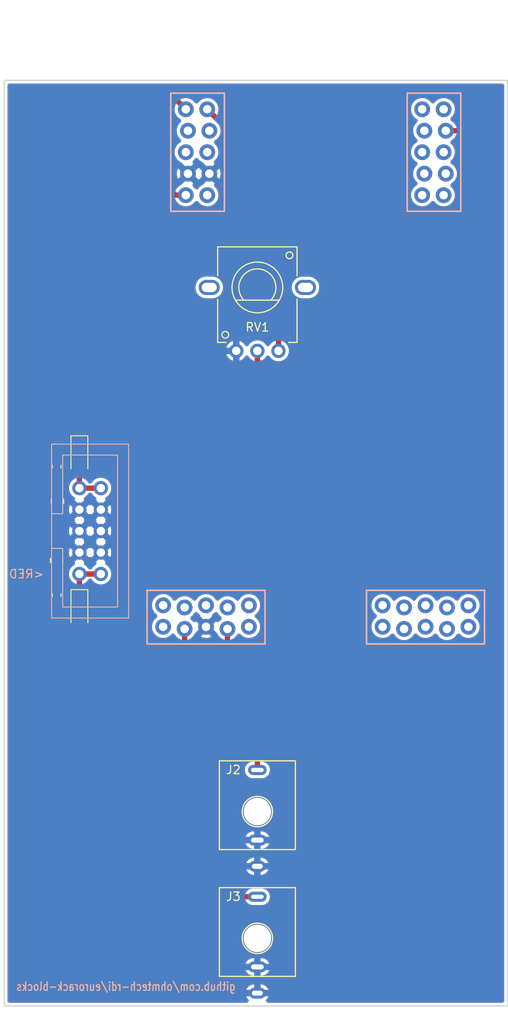
<source format=kicad_pcb>
(kicad_pcb (version 20211014) (generator "pcbnew")
  (layers (0 "F.Cu" signal) (31 "B.Cu" signal) (34 "B.Paste" user) (35 "F.Paste" user) (36 "B.SilkS" user "B.Silkscreen") (37 "F.SilkS" user "F.Silkscreen") (38 "B.Mask" user) (39 "F.Mask" user) (44 "Edge.Cuts" user))
  (net 0 "")
  (net 1 "GND")
  (net 2 "-12V")
  (net 3 "+12V")
  (net 4 "+3V3")
  (net 5 "AI1")
  (net 6 "AO1")
  (net 7 "P1")
  (net 8 "/board.power/+12E")
  (net 9 "Net-(D1-Pad1)")
  (net 10 "/board.power/-12E")
  (net 11 "Net-(D2-Pad2)")
  (footprint "Socket_DaisyPatchSm:DaisyPatchSm" (layer "F.Cu") (at 37.400000 45.000000 -90.000000)
    (fp_text reference "A1" hide)
    (fp_text value "DaisyPatchSm_Rev1" hide)
    (fp_line (start 24.825000 -19.985000) (end 31.175000 -19.985000) (layer "B.SilkS") (width 0.203200))
    (fp_line (start -20.015000 10.825000) (end -20.015000 17.175000) (layer "B.SilkS") (width 0.203200))
    (fp_line (start 31.175000 6.015000) (end 31.175000 19.985000) (layer "B.SilkS") (width 0.203200))
    (fp_line (start 31.175000 -6.015000) (end 24.825000 -6.015000) (layer "B.SilkS") (width 0.203200))
    (fp_line (start -20.015000 -10.825000) (end -33.985000 -10.825000) (layer "B.SilkS") (width 0.203200))
    (fp_line (start -33.985000 -10.825000) (end -33.985000 -17.175000) (layer "B.SilkS") (width 0.203200))
    (fp_line (start -33.985000 -17.175000) (end -20.015000 -17.175000) (layer "B.SilkS") (width 0.203200))
    (fp_line (start -20.015000 17.175000) (end -33.985000 17.175000) (layer "B.SilkS") (width 0.203200))
    (fp_line (start -33.985000 17.175000) (end -33.985000 10.825000) (layer "B.SilkS") (width 0.203200))
    (fp_line (start 24.825000 6.015000) (end 31.175000 6.015000) (layer "B.SilkS") (width 0.203200))
    (fp_line (start 31.175000 19.985000) (end 24.825000 19.985000) (layer "B.SilkS") (width 0.203200))
    (fp_line (start -20.015000 -17.175000) (end -20.015000 -10.825000) (layer "B.SilkS") (width 0.203200))
    (fp_line (start 31.175000 -19.985000) (end 31.175000 -6.015000) (layer "B.SilkS") (width 0.203200))
    (fp_line (start 24.825000 -6.015000) (end 24.825000 -19.985000) (layer "B.SilkS") (width 0.203200))
    (fp_line (start -33.985000 10.825000) (end -20.015000 10.825000) (layer "B.SilkS") (width 0.203200))
    (fp_line (start 24.825000 19.985000) (end 24.825000 6.015000) (layer "B.SilkS") (width 0.203200))
    (pad "A1" thru_hole circle locked (at -32.080000 15.397000 180.000000) (size 1.879600 1.879600) (drill 1.016000) (layers *.Cu *.Mask) (net 2 "-12V"))
    (pad "A2" thru_hole circle locked (at -29.540000 15.143000 180.000000) (size 1.879600 1.879600) (drill 1.016000) (layers *.Cu *.Mask))
    (pad "A3" thru_hole circle locked (at -27.000000 15.397000 180.000000) (size 1.879600 1.879600) (drill 1.016000) (layers *.Cu *.Mask))
    (pad "A4" thru_hole circle locked (at -24.460000 15.143000 180.000000) (size 1.879600 1.879600) (drill 1.016000) (layers *.Cu *.Mask) (net 1 "GND"))
    (pad "A5" thru_hole circle locked (at -21.920000 15.397000 180.000000) (size 1.879600 1.879600) (drill 1.016000) (layers *.Cu *.Mask) (net 3 "+12V"))
    (pad "A6" thru_hole circle locked (at -21.920000 12.857000 180.000000) (size 1.879600 1.879600) (drill 1.016000) (layers *.Cu *.Mask))
    (pad "A7" thru_hole circle locked (at -24.460000 12.603000 180.000000) (size 1.879600 1.879600) (drill 1.016000) (layers *.Cu *.Mask) (net 1 "GND"))
    (pad "A8" thru_hole circle locked (at -27.000000 12.857000 180.000000) (size 1.879600 1.879600) (drill 1.016000) (layers *.Cu *.Mask))
    (pad "A9" thru_hole circle locked (at -29.540000 12.603000 180.000000) (size 1.879600 1.879600) (drill 1.016000) (layers *.Cu *.Mask))
    (pad "A10" thru_hole circle locked (at -32.080000 12.857000 180.000000) (size 1.879600 1.879600) (drill 1.016000) (layers *.Cu *.Mask) (net 4 "+3V3"))
    (pad "B1" thru_hole circle locked (at 29.143000 18.080000 90.000000) (size 1.879600 1.879600) (drill 1.016000) (layers *.Cu *.Mask))
    (pad "B2" thru_hole circle locked (at 29.397000 15.540000 90.000000) (size 1.879600 1.879600) (drill 1.016000) (layers *.Cu *.Mask) (net 6 "AO1"))
    (pad "B3" thru_hole circle locked (at 29.143000 13.000000 90.000000) (size 1.879600 1.879600) (drill 1.016000) (layers *.Cu *.Mask) (net 1 "GND"))
    (pad "B4" thru_hole circle locked (at 29.397000 10.460000 90.000000) (size 1.879600 1.879600) (drill 1.016000) (layers *.Cu *.Mask) (net 5 "AI1"))
    (pad "B5" thru_hole circle locked (at 29.143000 7.920000 90.000000) (size 1.879600 1.879600) (drill 1.016000) (layers *.Cu *.Mask))
    (pad "B6" thru_hole circle locked (at 26.603000 7.920000 90.000000) (size 1.879600 1.879600) (drill 1.016000) (layers *.Cu *.Mask))
    (pad "B7" thru_hole circle locked (at 26.857000 10.460000 90.000000) (size 1.879600 1.879600) (drill 1.016000) (layers *.Cu *.Mask))
    (pad "B8" thru_hole circle locked (at 26.603000 13.000000 90.000000) (size 1.879600 1.879600) (drill 1.016000) (layers *.Cu *.Mask))
    (pad "B9" thru_hole circle locked (at 26.857000 15.540000 90.000000) (size 1.879600 1.879600) (drill 1.016000) (layers *.Cu *.Mask))
    (pad "B10" thru_hole circle locked (at 26.603000 18.080000 90.000000) (size 1.879600 1.879600) (drill 1.016000) (layers *.Cu *.Mask))
    (pad "C1" thru_hole circle locked (at 29.143000 -7.920000 90.000000) (size 1.879600 1.879600) (drill 1.016000) (layers *.Cu *.Mask))
    (pad "C2" thru_hole circle locked (at 29.397000 -10.460000 90.000000) (size 1.879600 1.879600) (drill 1.016000) (layers *.Cu *.Mask))
    (pad "C3" thru_hole circle locked (at 29.143000 -13.000000 90.000000) (size 1.879600 1.879600) (drill 1.016000) (layers *.Cu *.Mask))
    (pad "C4" thru_hole circle locked (at 29.397000 -15.540000 90.000000) (size 1.879600 1.879600) (drill 1.016000) (layers *.Cu *.Mask))
    (pad "C5" thru_hole circle locked (at 29.143000 -18.080000 90.000000) (size 1.879600 1.879600) (drill 1.016000) (layers *.Cu *.Mask))
    (pad "C6" thru_hole circle locked (at 26.603000 -18.080000 90.000000) (size 1.879600 1.879600) (drill 1.016000) (layers *.Cu *.Mask))
    (pad "C7" thru_hole circle locked (at 26.857000 -15.540000 90.000000) (size 1.879600 1.879600) (drill 1.016000) (layers *.Cu *.Mask))
    (pad "C8" thru_hole circle locked (at 26.603000 -13.000000 90.000000) (size 1.879600 1.879600) (drill 1.016000) (layers *.Cu *.Mask))
    (pad "C9" thru_hole circle locked (at 26.857000 -10.460000 90.000000) (size 1.879600 1.879600) (drill 1.016000) (layers *.Cu *.Mask))
    (pad "C10" thru_hole circle locked (at 26.603000 -7.920000 90.000000) (size 1.879600 1.879600) (drill 1.016000) (layers *.Cu *.Mask))
    (pad "D1" thru_hole circle locked (at -32.080000 -12.603000 180.000000) (size 1.879600 1.879600) (drill 1.016000) (layers *.Cu *.Mask))
    (pad "D2" thru_hole circle locked (at -29.540000 -12.857000 180.000000) (size 1.879600 1.879600) (drill 1.016000) (layers *.Cu *.Mask))
    (pad "D3" thru_hole circle locked (at -27.000000 -12.603000 180.000000) (size 1.879600 1.879600) (drill 1.016000) (layers *.Cu *.Mask))
    (pad "D4" thru_hole circle locked (at -24.460000 -12.857000 180.000000) (size 1.879600 1.879600) (drill 1.016000) (layers *.Cu *.Mask))
    (pad "D5" thru_hole circle locked (at -21.920000 -12.603000 180.000000) (size 1.879600 1.879600) (drill 1.016000) (layers *.Cu *.Mask))
    (pad "D6" thru_hole circle locked (at -21.920000 -15.143000 180.000000) (size 1.879600 1.879600) (drill 1.016000) (layers *.Cu *.Mask))
    (pad "D7" thru_hole circle locked (at -24.460000 -15.397000 180.000000) (size 1.879600 1.879600) (drill 1.016000) (layers *.Cu *.Mask))
    (pad "D8" thru_hole circle locked (at -27.000000 -15.143000 180.000000) (size 1.879600 1.879600) (drill 1.016000) (layers *.Cu *.Mask))
    (pad "D9" thru_hole circle locked (at -29.540000 -15.397000 180.000000) (size 1.879600 1.879600) (drill 1.016000) (layers *.Cu *.Mask) (net 7 "P1"))
    (pad "D10" thru_hole circle locked (at -32.080000 -15.143000 180.000000) (size 1.879600 1.879600) (drill 1.016000) (layers *.Cu *.Mask))
  )
  (footprint "Diode_SMD:D_SOD-123" (layer "F.Cu") (at 9.400000 72.000000 -90.000000)
    (fp_text reference "D2" hide)
    (fp_text value "D_Schottky")
    (fp_line (start -2.250000 -1.000000) (end 1.650000 -1.000000) (layer "F.SilkS") (width 0.120000))
    (fp_line (start -2.250000 -1.000000) (end -2.250000 1.000000) (layer "F.SilkS") (width 0.120000))
    (fp_line (start -2.250000 1.000000) (end 1.650000 1.000000) (layer "F.SilkS") (width 0.120000))
    (pad "1" smd rect locked (at -1.650000 0.000000 270.000000) (size 0.900000 1.200000) (layers F.Cu F.Paste F.Mask) (net 10 "/board.power/-12E"))
    (pad "2" smd rect locked (at 1.650000 0.000000 270.000000) (size 0.900000 1.200000) (layers F.Cu F.Paste F.Mask) (net 11 "Net-(D2-Pad2)"))
  )
  (footprint "Diode_SMD:D_SOD-123" (layer "F.Cu") (at 9.400000 53.800000 -90.000000)
    (fp_text reference "D1" hide)
    (fp_text value "D_Schottky")
    (fp_line (start -2.250000 -1.000000) (end -2.250000 1.000000) (layer "F.SilkS") (width 0.120000))
    (fp_line (start -2.250000 -1.000000) (end 1.650000 -1.000000) (layer "F.SilkS") (width 0.120000))
    (fp_line (start -2.250000 1.000000) (end 1.650000 1.000000) (layer "F.SilkS") (width 0.120000))
    (pad "1" smd rect locked (at -1.650000 0.000000 270.000000) (size 0.900000 1.200000) (layers F.Cu F.Paste F.Mask) (net 9 "Net-(D1-Pad1)"))
    (pad "2" smd rect locked (at 1.650000 0.000000 270.000000) (size 0.900000 1.200000) (layers F.Cu F.Paste F.Mask) (net 8 "/board.power/+12E"))
  )
  (footprint "Capacitor_SMD:C_0805_2012Metric" (layer "F.Cu") (at 6.800000 59.300000 -90.000000)
    (fp_text reference "C1" hide)
    (fp_text value "10u")
    (fp_line (start -0.261252 0.735000) (end 0.261252 0.735000) (layer "F.SilkS") (width 0.120000))
    (fp_line (start -0.261252 -0.735000) (end 0.261252 -0.735000) (layer "F.SilkS") (width 0.120000))
    (pad "1" smd roundrect locked (at -0.950000 0.000000 270.000000) (size 1.000000 1.450000) (layers F.Cu F.Paste F.Mask) (net 3 "+12V"))
    (pad "2" smd roundrect locked (at 0.950000 0.000000 270.000000) (size 1.000000 1.450000) (layers F.Cu F.Paste F.Mask) (net 1 "GND"))
  )
  (footprint "Capacitor_SMD:C_0805_2012Metric" (layer "F.Cu") (at 6.700000 66.300000 -90.000000)
    (fp_text reference "C2" hide)
    (fp_text value "10u")
    (fp_line (start -0.261252 -0.735000) (end 0.261252 -0.735000) (layer "F.SilkS") (width 0.120000))
    (fp_line (start -0.261252 0.735000) (end 0.261252 0.735000) (layer "F.SilkS") (width 0.120000))
    (pad "1" smd roundrect locked (at -0.950000 0.000000 270.000000) (size 1.000000 1.450000) (layers F.Cu F.Paste F.Mask) (net 1 "GND"))
    (pad "2" smd roundrect locked (at 0.950000 0.000000 270.000000) (size 1.000000 1.450000) (layers F.Cu F.Paste F.Mask) (net 2 "-12V"))
  )
  (footprint "Inductor_SMD:L_0603_1608Metric" (layer "F.Cu") (at 6.700000 70.400000 -90.000000)
    (fp_text reference "L2" hide)
    (fp_text value "Ferrite_Bead" hide)
    (fp_line (start -0.162779 -0.510000) (end 0.162779 -0.510000) (layer "F.SilkS") (width 0.120000))
    (fp_line (start -0.162779 0.510000) (end 0.162779 0.510000) (layer "F.SilkS") (width 0.120000))
    (pad "1" smd roundrect locked (at -0.787500 0.000000 270.000000) (size 0.875000 0.950000) (layers F.Cu F.Paste F.Mask) (net 2 "-12V"))
    (pad "2" smd roundrect locked (at 0.787500 0.000000 270.000000) (size 0.875000 0.950000) (layers F.Cu F.Paste F.Mask) (net 11 "Net-(D2-Pad2)"))
  )
  (footprint "Inductor_SMD:L_0603_1608Metric" (layer "F.Cu") (at 6.700000 55.200000 90.000000)
    (fp_text reference "L1" hide)
    (fp_text value "Ferrite_Bead" hide)
    (fp_line (start -0.162779 0.510000) (end 0.162779 0.510000) (layer "F.SilkS") (width 0.120000))
    (fp_line (start -0.162779 -0.510000) (end 0.162779 -0.510000) (layer "F.SilkS") (width 0.120000))
    (pad "1" smd roundrect locked (at -0.787500 0.000000 90.000000) (size 0.875000 0.950000) (layers F.Cu F.Paste F.Mask) (net 3 "+12V"))
    (pad "2" smd roundrect locked (at 0.787500 0.000000 90.000000) (size 0.875000 0.950000) (layers F.Cu F.Paste F.Mask) (net 9 "Net-(D1-Pad1)"))
  )
  (footprint "Logo_Erb:ErbLog.15mm" (layer "B.Cu") (at 50.700000 115.000000 180.000000)
    (fp_text reference "H1" hide)
    (fp_text value "ERB LOGO" hide)
    (fp_poly (pts) (layer "B.SilkS") (width 0.010000) (fill solid))
    (fp_poly (pts) (layer "B.SilkS") (width 0.010000) (fill solid))
    (fp_poly (pts) (layer "B.SilkS") (width 0.010000) (fill solid))
    (fp_poly (pts) (layer "B.SilkS") (width 0.010000) (fill solid))
    (fp_poly (pts) (layer "B.SilkS") (width 0.010000) (fill solid))
    (fp_poly (pts) (layer "B.SilkS") (width 0.010000) (fill solid))
    (fp_poly (pts) (layer "B.SilkS") (width 0.010000) (fill solid))
    (fp_poly (pts) (layer "B.SilkS") (width 0.010000) (fill solid))
  )
  (footprint "Connector_IDC:IDC-Header_2x05_P2.54mm_Vertical" (layer "B.Cu") (at 9.400000 67.900000)
    (fp_text reference "J1" hide)
    (fp_text value "POWER BUS" hide)
    (fp_line (start -3.290000 5.210000) (end 5.830000 5.210000) (layer "B.SilkS") (width 0.120000))
    (fp_line (start -1.980000 -3.030000) (end -1.980000 3.910000) (layer "B.SilkS") (width 0.120000))
    (fp_line (start -1.980000 -7.130000) (end -1.980000 -7.130000) (layer "B.SilkS") (width 0.120000))
    (fp_line (start -1.980000 -7.130000) (end -3.290000 -7.130000) (layer "B.SilkS") (width 0.120000))
    (fp_line (start -3.290000 -3.030000) (end -1.980000 -3.030000) (layer "B.SilkS") (width 0.120000))
    (fp_line (start 4.520000 -14.070000) (end -1.980000 -14.070000) (layer "B.SilkS") (width 0.120000))
    (fp_line (start 5.830000 5.210000) (end 5.830000 -15.370000) (layer "B.SilkS") (width 0.120000))
    (fp_line (start -3.290000 -15.370000) (end -3.290000 5.210000) (layer "B.SilkS") (width 0.120000))
    (fp_line (start 4.520000 3.910000) (end 4.520000 -14.070000) (layer "B.SilkS") (width 0.120000))
    (fp_line (start 5.830000 -15.370000) (end -3.290000 -15.370000) (layer "B.SilkS") (width 0.120000))
    (fp_line (start -1.980000 -14.070000) (end -1.980000 -7.130000) (layer "B.SilkS") (width 0.120000))
    (fp_line (start -1.980000 3.910000) (end 4.520000 3.910000) (layer "B.SilkS") (width 0.120000))
    (pad "1" thru_hole oval locked (at 0.000000 0.000000) (size 1.700000 1.700000) (drill 1.000000) (layers *.Cu *.Mask) (net 10 "/board.power/-12E"))
    (pad "2" thru_hole circle locked (at 2.540000 0.000000) (size 1.700000 1.700000) (drill 1.000000) (layers *.Cu *.Mask) (net 10 "/board.power/-12E"))
    (pad "3" thru_hole circle locked (at 0.000000 -2.540000) (size 1.700000 1.700000) (drill 1.000000) (layers *.Cu *.Mask) (net 1 "GND"))
    (pad "4" thru_hole circle locked (at 2.540000 -2.540000) (size 1.700000 1.700000) (drill 1.000000) (layers *.Cu *.Mask) (net 1 "GND"))
    (pad "5" thru_hole circle locked (at 0.000000 -5.080000) (size 1.700000 1.700000) (drill 1.000000) (layers *.Cu *.Mask) (net 1 "GND"))
    (pad "6" thru_hole circle locked (at 2.540000 -5.080000) (size 1.700000 1.700000) (drill 1.000000) (layers *.Cu *.Mask) (net 1 "GND"))
    (pad "7" thru_hole circle locked (at 0.000000 -7.620000) (size 1.700000 1.700000) (drill 1.000000) (layers *.Cu *.Mask) (net 1 "GND"))
    (pad "8" thru_hole circle locked (at 2.540000 -7.620000) (size 1.700000 1.700000) (drill 1.000000) (layers *.Cu *.Mask) (net 1 "GND"))
    (pad "9" thru_hole circle locked (at 0.000000 -10.160000) (size 1.700000 1.700000) (drill 1.000000) (layers *.Cu *.Mask) (net 8 "/board.power/+12E"))
    (pad "10" thru_hole circle locked (at 2.540000 -10.160000) (size 1.700000 1.700000) (drill 1.000000) (layers *.Cu *.Mask) (net 8 "/board.power/+12E"))
  )
  (footprint "Potentiometer_Thonk:AlphaPot9ShaftD" (layer "F.Cu") (at 30.480000 34.000000)
    (fp_text reference "RV1" (at 0.000000 4.700000) (layer "F.SilkS") (effects (font (size 1.000000 1.000000) (thickness 0.150000))))
    (fp_text value "100k")
    (fp_line (start -4.700000 -4.800000) (end 4.700000 -4.800000) (layer "F.SilkS") (width 0.150000))
    (fp_line (start -2.600000 1.500000) (end 2.600000 1.500000) (layer "F.SilkS") (width 0.150000))
    (fp_line (start 4.700000 -4.800000) (end 4.700000 -1.400000) (layer "F.SilkS") (width 0.150000))
    (fp_line (start -4.700000 -4.800000) (end -4.700000 -1.400000) (layer "F.SilkS") (width 0.150000))
    (fp_line (start -4.700000 1.400000) (end -4.700000 6.500000) (layer "F.SilkS") (width 0.150000))
    (fp_line (start -4.700000 6.500000) (end -3.700000 6.500000) (layer "F.SilkS") (width 0.150000))
    (fp_line (start 4.700000 1.400000) (end 4.700000 6.500000) (layer "F.SilkS") (width 0.150000))
    (fp_line (start 3.700000 6.500000) (end 4.700000 6.500000) (layer "F.SilkS") (width 0.150000))
    (fp_arc (start -1.600000 1.500000) (mid -0.024972 -2.193029) (end 1.633741 1.463178) (layer "F.SilkS") (width 0.150000))
    (fp_circle (center 0.000000 0.000000) (end 3.000000 0.000000) (layer "F.SilkS") (width 0.150000) (fill none))
    (fp_circle (center -3.800000 5.600000) (end -4.200000 5.600000) (layer "F.SilkS") (width 0.150000) (fill none))
    (fp_circle (center 3.800000 -3.800000) (end 4.200000 -3.800000) (layer "F.SilkS") (width 0.150000) (fill none))
    (pad "" thru_hole oval locked (at -5.700000 0.000000) (size 2.500000 1.800000) (drill oval 1.800000 1.100000) (layers *.Cu *.Mask))
    (pad "" thru_hole oval locked (at 5.700000 0.000000) (size 2.500000 1.800000) (drill oval 1.800000 1.100000) (layers *.Cu *.Mask))
    (pad "1" thru_hole oval locked (at -2.500000 7.500000) (size 1.700000 1.700000) (drill 1.000000) (layers *.Cu *.Mask) (net 1 "GND"))
    (pad "2" thru_hole oval locked (at 0.000000 7.500000) (size 1.700000 1.700000) (drill 1.000000) (layers *.Cu *.Mask) (net 7 "P1"))
    (pad "3" thru_hole oval locked (at 2.500000 7.500000) (size 1.700000 1.700000) (drill 1.000000) (layers *.Cu *.Mask) (net 4 "+3V3"))
  )
  (footprint "Empty:Empty" (layer "F.Cu") (at 30.480000 34.000000)
    (fp_text reference "H2" hide)
    (fp_text value "ROGAN 6PS")
  )
  (footprint "Connector_Thonk:ThonkiconnJack" (layer "F.Cu") (at 30.480000 96.000000)
    (fp_text reference "J2" (at -2.840000 -4.940000) (layer "F.SilkS") (effects (font (size 1.000000 1.000000) (thickness 0.150000))))
    (fp_text value "IN")
    (fp_line (start -4.500000 4.500000) (end 4.500000 4.500000) (layer "F.SilkS") (width 0.150000))
    (fp_line (start 4.500000 -6.000000) (end 4.500000 4.500000) (layer "F.SilkS") (width 0.150000))
    (fp_line (start -4.500000 -6.000000) (end -4.500000 4.500000) (layer "F.SilkS") (width 0.150000))
    (fp_line (start -4.500000 -6.000000) (end 4.500000 -6.000000) (layer "F.SilkS") (width 0.150000))
    (fp_circle (center 0.000000 0.000000) (end 1.800000 0.000000) (layer "F.SilkS") (width 0.150000) (fill none))
    (pad "" np_thru_hole circle locked (at 0.000000 0.000000) (size 2.500000 2.500000) (drill 2.500000) (layers *.Cu *.Mask))
    (pad "S" thru_hole oval locked (at 0.000000 6.480000) (size 2.000000 1.300000) (drill oval 1.300000 0.600000) (layers *.Cu *.Mask) (net 1 "GND"))
    (pad "T" thru_hole oval locked (at 0.000000 -4.920000) (size 2.200000 1.200000) (drill oval 1.500000 0.500000) (layers *.Cu *.Mask) (net 5 "AI1"))
    (pad "TN" thru_hole oval locked (at 0.000000 3.380000) (size 2.200000 1.300000) (drill oval 1.500000 0.600000) (layers *.Cu *.Mask) (net 1 "GND"))
  )
  (footprint "Empty:Empty" (layer "F.Cu") (at 30.480000 96.000000)
    (fp_text reference "H3" hide)
    (fp_text value "KNURLED NUT")
  )
  (footprint "Connector_Thonk:ThonkiconnJack" (layer "F.Cu") (at 30.480000 111.000000)
    (fp_text reference "J3" (at -2.840000 -4.940000) (layer "F.SilkS") (effects (font (size 1.000000 1.000000) (thickness 0.150000))))
    (fp_text value "IN")
    (fp_line (start -4.500000 4.500000) (end 4.500000 4.500000) (layer "F.SilkS") (width 0.150000))
    (fp_line (start 4.500000 -6.000000) (end 4.500000 4.500000) (layer "F.SilkS") (width 0.150000))
    (fp_line (start -4.500000 -6.000000) (end -4.500000 4.500000) (layer "F.SilkS") (width 0.150000))
    (fp_line (start -4.500000 -6.000000) (end 4.500000 -6.000000) (layer "F.SilkS") (width 0.150000))
    (fp_circle (center 0.000000 0.000000) (end 1.800000 0.000000) (layer "F.SilkS") (width 0.150000) (fill none))
    (pad "" np_thru_hole circle locked (at 0.000000 0.000000) (size 2.500000 2.500000) (drill 2.500000) (layers *.Cu *.Mask))
    (pad "S" thru_hole oval locked (at 0.000000 6.480000) (size 2.000000 1.300000) (drill oval 1.300000 0.600000) (layers *.Cu *.Mask) (net 1 "GND"))
    (pad "T" thru_hole oval locked (at 0.000000 -4.920000) (size 2.200000 1.200000) (drill oval 1.500000 0.500000) (layers *.Cu *.Mask) (net 6 "AO1"))
    (pad "TN" thru_hole oval locked (at 0.000000 3.380000) (size 2.200000 1.300000) (drill oval 1.500000 0.600000) (layers *.Cu *.Mask) (net 1 "GND"))
  )
  (footprint "Empty:Empty" (layer "F.Cu") (at 30.480000 111.000000)
    (fp_text reference "H4" hide)
    (fp_text value "KNURLED NUT")
  )
  (gr_line (start 0.500000 9.500000) (end 0.500000 119.000000) (layer "Edge.Cuts") (width 0.150000))
  (gr_line (start 60.100000 9.500000) (end 60.100000 119.000000) (layer "Edge.Cuts") (width 0.150000))
  (gr_line (start 0.500000 119.000000) (end 60.100000 119.000000) (layer "Edge.Cuts") (width 0.150000))
  (gr_line (start 0.500000 9.500000) (end 60.100000 9.500000) (layer "Edge.Cuts") (width 0.150000))
  (gr_text "<RED" (at 5.300000 67.900000) (layer "B.SilkS") (effects (font (size 1.000000 1.000000) (thickness 0.150000)) (justify left mirror)))
  (gr_text "github.com/ohmtech-rdi/eurorack-blocks" (at 14.900000 116.700000) (layer "B.SilkS") (effects (font (size 1.000000 0.800000) (thickness 0.150000)) (justify mirror mirror)))
  (segment (start 6.700000 67.250000) (end 3.812589 64.362589) (width 0.635000) (layer "F.Cu") (net 2))
  (segment (start 3.812589 64.362589) (end 3.812589 15.087411) (width 0.635000) (layer "F.Cu") (net 2))
  (segment (start 7.400000 11.500000) (end 20.583000 11.500000) (width 0.635000) (layer "F.Cu") (net 2))
  (segment (start 20.583000 11.500000) (end 22.003000 12.920000) (width 0.635000) (layer "F.Cu") (net 2))
  (segment (start 3.812589 15.087411) (end 7.400000 11.500000) (width 0.635000) (layer "F.Cu") (net 2))
  (segment (start 6.700000 69.612500) (end 6.700000 67.250000) (width 0.635000) (layer "F.Cu") (net 2))
  (segment (start 6.800000 58.350000) (end 6.050000 58.350000) (width 0.635000) (layer "F.Cu") (net 3))
  (segment (start 6.050000 58.350000) (end 4.700000 57.000000) (width 0.635000) (layer "F.Cu") (net 3))
  (segment (start 18.600000 12.500000) (end 19.700000 13.600000) (width 0.635000) (layer "F.Cu") (net 3))
  (segment (start 20.780000 23.080000) (end 22.003000 23.080000) (width 0.635000) (layer "F.Cu") (net 3))
  (segment (start 4.700000 57.000000) (end 4.700000 15.500000) (width 0.635000) (layer "F.Cu") (net 3))
  (segment (start 7.700000 12.500000) (end 18.600000 12.500000) (width 0.635000) (layer "F.Cu") (net 3))
  (segment (start 4.700000 15.500000) (end 7.700000 12.500000) (width 0.635000) (layer "F.Cu") (net 3))
  (segment (start 19.700000 13.600000) (end 19.700000 22.000000) (width 0.635000) (layer "F.Cu") (net 3))
  (segment (start 19.700000 22.000000) (end 20.780000 23.080000) (width 0.635000) (layer "F.Cu") (net 3))
  (segment (start 6.700000 55.987500) (end 6.700000 58.250000) (width 0.635000) (layer "F.Cu") (net 3))
  (segment (start 6.700000 58.250000) (end 6.800000 58.350000) (width 0.635000) (layer "F.Cu") (net 3))
  (segment (start 32.980000 21.357000) (end 32.980000 41.500000) (width 0.635000) (layer "F.Cu") (net 4))
  (segment (start 24.543000 12.920000) (end 32.980000 21.357000) (width 0.635000) (layer "F.Cu") (net 4))
  (segment (start 26.940000 74.397000) (end 26.940000 79.440000) (width 0.635000) (layer "F.Cu") (net 5))
  (segment (start 30.480000 82.980000) (end 30.480000 91.080000) (width 0.635000) (layer "F.Cu") (net 5))
  (segment (start 26.940000 79.440000) (end 30.480000 82.980000) (width 0.635000) (layer "F.Cu") (net 5))
  (segment (start 24.780000 106.080000) (end 30.480000 106.080000) (width 0.635000) (layer "F.Cu") (net 6))
  (segment (start 21.860000 103.160000) (end 24.780000 106.080000) (width 0.635000) (layer "F.Cu") (net 6))
  (segment (start 21.860000 74.397000) (end 21.860000 103.160000) (width 0.635000) (layer "F.Cu") (net 6))
  (segment (start 56.300000 37.400000) (end 48.700000 45.000000) (width 0.635000) (layer "F.Cu") (net 7))
  (segment (start 56.300000 17.200000) (end 56.300000 37.400000) (width 0.635000) (layer "F.Cu") (net 7))
  (segment (start 54.560000 15.460000) (end 56.300000 17.200000) (width 0.635000) (layer "F.Cu") (net 7))
  (segment (start 48.700000 45.000000) (end 32.800000 45.000000) (width 0.635000) (layer "F.Cu") (net 7))
  (segment (start 52.797000 15.460000) (end 54.560000 15.460000) (width 0.635000) (layer "F.Cu") (net 7))
  (segment (start 30.480000 42.680000) (end 30.480000 41.500000) (width 0.635000) (layer "F.Cu") (net 7))
  (segment (start 32.800000 45.000000) (end 30.480000 42.680000) (width 0.635000) (layer "F.Cu") (net 7))
  (segment (start 9.400000 57.740000) (end 9.400000 55.450000) (width 0.635000) (layer "F.Cu") (net 8))
  (segment (start 11.940000 57.740000) (end 9.400000 57.740000) (width 0.635000) (layer "F.Cu") (net 8))
  (segment (start 9.400000 52.150000) (end 8.962500 52.150000) (width 0.635000) (layer "F.Cu") (net 9))
  (segment (start 8.962500 52.150000) (end 6.700000 54.412500) (width 0.635000) (layer "F.Cu") (net 9))
  (segment (start 11.940000 67.900000) (end 9.400000 67.900000) (width 0.635000) (layer "F.Cu") (net 10))
  (segment (start 9.400000 70.350000) (end 9.400000 67.900000) (width 0.635000) (layer "F.Cu") (net 10))
  (segment (start 9.400000 73.650000) (end 9.162500 73.650000) (width 0.635000) (layer "F.Cu") (net 11))
  (segment (start 9.162500 73.650000) (end 6.700000 71.187500) (width 0.635000) (layer "F.Cu") (net 11))
  (zone (net 1) (net_name "GND") (layer "F.Cu") (connect_pads (clearance 0.508000)) (min_thickness 0.254000) (fill yes (thermal_gap 0.508000) (thermal_bridge_width 0.508000))
    (polygon (pts (xy 60.100000 119.000000) (xy 0.500000 119.000000) (xy 0.500000 9.500000) (xy 60.100000 9.500000)))
  )
  (zone (net 1) (net_name "GND") (layer "B.Cu") (connect_pads (clearance 0.508000)) (min_thickness 0.254000) (fill yes (thermal_gap 0.508000) (thermal_bridge_width 0.508000))
    (polygon (pts (xy 60.100000 119.000000) (xy 0.500000 119.000000) (xy 0.500000 9.500000) (xy 60.100000 9.500000)))
  )
)
</source>
